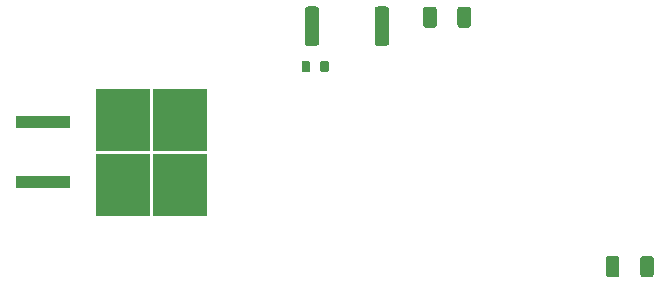
<source format=gtp>
G04 #@! TF.GenerationSoftware,KiCad,Pcbnew,7.0.10-7.0.10~ubuntu22.04.1*
G04 #@! TF.CreationDate,2024-01-11T23:10:12+00:00*
G04 #@! TF.ProjectId,test123,74657374-3132-4332-9e6b-696361645f70,a*
G04 #@! TF.SameCoordinates,Original*
G04 #@! TF.FileFunction,Paste,Top*
G04 #@! TF.FilePolarity,Positive*
%FSLAX46Y46*%
G04 Gerber Fmt 4.6, Leading zero omitted, Abs format (unit mm)*
G04 Created by KiCad (PCBNEW 7.0.10-7.0.10~ubuntu22.04.1) date 2024-01-11 23:10:12*
%MOMM*%
%LPD*%
G01*
G04 APERTURE LIST*
%ADD10R,4.550000X5.250000*%
%ADD11R,4.600000X1.100000*%
%ADD12O,0.000001X0.000001*%
G04 APERTURE END LIST*
G04 #@! TO.C,R1*
G36*
G01*
X120058400Y91825005D02*
X120058400Y92605005D01*
G75*
G02*
X120128400Y92675005I70000J0D01*
G01*
X120688400Y92675005D01*
G75*
G02*
X120758400Y92605005I0J-70000D01*
G01*
X120758400Y91825005D01*
G75*
G02*
X120688400Y91755005I-70000J0D01*
G01*
X120128400Y91755005D01*
G75*
G02*
X120058400Y91825005I0J70000D01*
G01*
G37*
G36*
G01*
X121658400Y91825005D02*
X121658400Y92605005D01*
G75*
G02*
X121728400Y92675005I70000J0D01*
G01*
X122288400Y92675005D01*
G75*
G02*
X122358400Y92605005I0J-70000D01*
G01*
X122358400Y91825005D01*
G75*
G02*
X122288400Y91755005I-70000J0D01*
G01*
X121728400Y91755005D01*
G75*
G02*
X121658400Y91825005I0J70000D01*
G01*
G37*
G04 #@! TD*
G04 #@! TO.C,R2*
G36*
G01*
X120328400Y94211600D02*
X120328400Y97061600D01*
G75*
G02*
X120578400Y97311600I250000J0D01*
G01*
X121303400Y97311600D01*
G75*
G02*
X121553400Y97061600I0J-250000D01*
G01*
X121553400Y94211600D01*
G75*
G02*
X121303400Y93961600I-250000J0D01*
G01*
X120578400Y93961600D01*
G75*
G02*
X120328400Y94211600I0J250000D01*
G01*
G37*
G36*
G01*
X126253400Y94211600D02*
X126253400Y97061600D01*
G75*
G02*
X126503400Y97311600I250000J0D01*
G01*
X127228400Y97311600D01*
G75*
G02*
X127478400Y97061600I0J-250000D01*
G01*
X127478400Y94211600D01*
G75*
G02*
X127228400Y93961600I-250000J0D01*
G01*
X126503400Y93961600D01*
G75*
G02*
X126253400Y94211600I0J250000D01*
G01*
G37*
G04 #@! TD*
D10*
G04 #@! TO.C,Q1*
X104903400Y87731600D03*
X104903400Y82181600D03*
X109753400Y87731600D03*
X109753400Y82181600D03*
D11*
X98178400Y87496600D03*
X98178400Y82416600D03*
G04 #@! TD*
D12*
G04 #@! TO.C,M2*
X119923399Y83819929D03*
G04 #@! TD*
G04 #@! TO.C,F2*
G36*
G01*
X146748390Y74385600D02*
X146058390Y74385600D01*
G75*
G02*
X145828390Y74615600I0J230000D01*
G01*
X145828390Y75955600D01*
G75*
G02*
X146058390Y76185600I230000J0D01*
G01*
X146748390Y76185600D01*
G75*
G02*
X146978390Y75955600I0J-230000D01*
G01*
X146978390Y74615600D01*
G75*
G02*
X146748390Y74385600I-230000J0D01*
G01*
G37*
G36*
G01*
X149648410Y74385600D02*
X148958410Y74385600D01*
G75*
G02*
X148728410Y74615600I0J230000D01*
G01*
X148728410Y75955600D01*
G75*
G02*
X148958410Y76185600I230000J0D01*
G01*
X149648410Y76185600D01*
G75*
G02*
X149878410Y75955600I0J-230000D01*
G01*
X149878410Y74615600D01*
G75*
G02*
X149648410Y74385600I-230000J0D01*
G01*
G37*
G04 #@! TD*
G04 #@! TO.C,F1*
G36*
G01*
X131273390Y95501600D02*
X130583390Y95501600D01*
G75*
G02*
X130353390Y95731600I0J230000D01*
G01*
X130353390Y97071600D01*
G75*
G02*
X130583390Y97301600I230000J0D01*
G01*
X131273390Y97301600D01*
G75*
G02*
X131503390Y97071600I0J-230000D01*
G01*
X131503390Y95731600D01*
G75*
G02*
X131273390Y95501600I-230000J0D01*
G01*
G37*
G36*
G01*
X134173410Y95501600D02*
X133483410Y95501600D01*
G75*
G02*
X133253410Y95731600I0J230000D01*
G01*
X133253410Y97071600D01*
G75*
G02*
X133483410Y97301600I230000J0D01*
G01*
X134173410Y97301600D01*
G75*
G02*
X134403410Y97071600I0J-230000D01*
G01*
X134403410Y95731600D01*
G75*
G02*
X134173410Y95501600I-230000J0D01*
G01*
G37*
G04 #@! TD*
M02*

</source>
